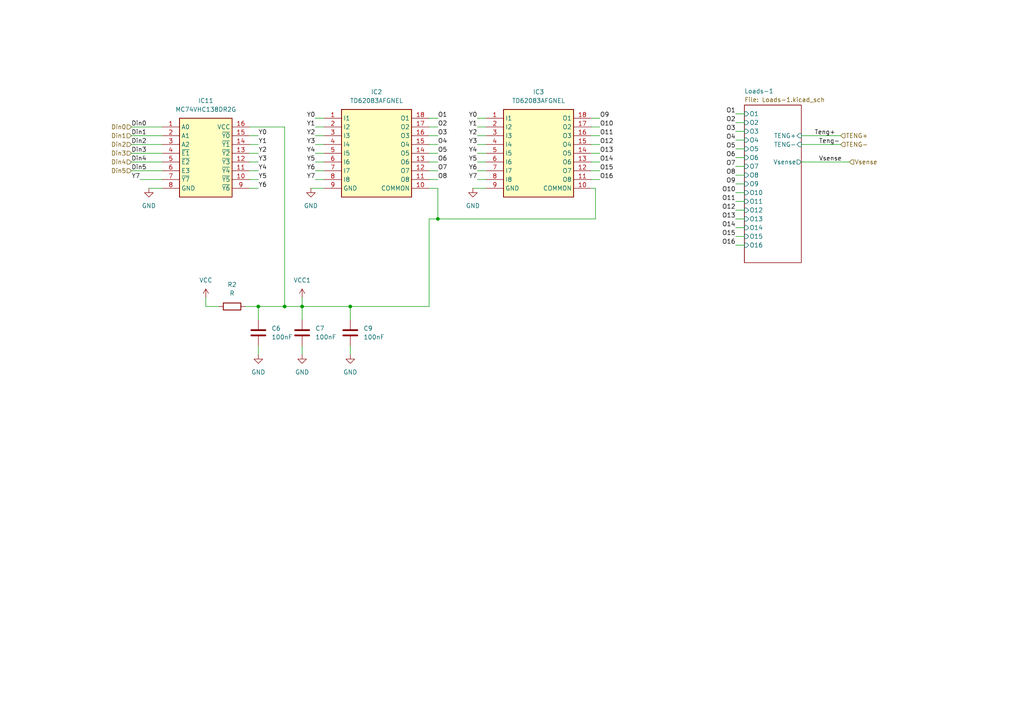
<source format=kicad_sch>
(kicad_sch (version 20231120) (generator "eeschema") (generator_version "8.0")
  (paper "A4")
  (lib_symbols
    (symbol "Device:C" (pin_numbers hide) (pin_names (offset 0.254))
      (property "Reference" "C" (at 0.635 2.54 0))
      (property "Value" "C" (at 0.635 -2.54 0))
      (symbol "C_0_1"
        (polyline (pts (xy -2.032 -0.762) (xy 2.032 -0.762)) (stroke (width 0.508)))
        (polyline (pts (xy -2.032 0.762) (xy 2.032 0.762)) (stroke (width 0.508)))
      )
      (symbol "C_1_1"
        (pin passive line (at 0 3.81 270) (length 2.794) (name "~") (number "1"))
        (pin passive line (at 0 -3.81 90) (length 2.794) (name "~") (number "2"))
      )
    )
    (symbol "Device:R" (pin_numbers hide) (pin_names (offset 0))
      (property "Reference" "R" (at 2.032 0 90))
      (property "Value" "R" (at 0 0 90))
      (symbol "R_0_1"
        (rectangle (start -1.016 -2.54) (end 1.016 2.54) (stroke (width 0.254)))
      )
      (symbol "R_1_1"
        (pin passive line (at 0 3.81 270) (length 1.27) (name "~") (number "1"))
        (pin passive line (at 0 -3.81 90) (length 1.27) (name "~") (number "2"))
      )
    )
    (symbol "SamacSys_Parts:MC74VHC138DR2G"
      (property "Reference" "IC" (at 21.59 7.62 0))
      (property "Value" "MC74VHC138DR2G" (at 21.59 5.08 0))
      (symbol "MC74VHC138DR2G_1_1"
        (rectangle (start 5.08 2.54) (end 20.32 -20.32) (stroke (width 0.254)) (fill (type background)))
        (pin passive line (at 0 0 0) (length 5.08) (name "A0") (number "1"))
        (pin passive line (at 25.4 -15.24 180) (length 5.08) (name "~{Y5}") (number "10"))
        (pin passive line (at 25.4 -12.7 180) (length 5.08) (name "~{Y4}") (number "11"))
        (pin passive line (at 25.4 -10.16 180) (length 5.08) (name "~{Y3}") (number "12"))
        (pin passive line (at 25.4 -7.62 180) (length 5.08) (name "~{Y2}") (number "13"))
        (pin passive line (at 25.4 -5.08 180) (length 5.08) (name "~{Y1}") (number "14"))
        (pin passive line (at 25.4 -2.54 180) (length 5.08) (name "~{Y0}") (number "15"))
        (pin power_in line (at 25.4 0 180) (length 5.08) (name "VCC") (number "16"))
        (pin passive line (at 0 -2.54 0) (length 5.08) (name "A1") (number "2"))
        (pin passive line (at 0 -5.08 0) (length 5.08) (name "A2") (number "3"))
        (pin passive line (at 0 -7.62 0) (length 5.08) (name "~{E1}") (number "4"))
        (pin passive line (at 0 -10.16 0) (length 5.08) (name "~{E2}") (number "5"))
        (pin passive line (at 0 -12.7 0) (length 5.08) (name "E3") (number "6"))
        (pin passive line (at 0 -15.24 0) (length 5.08) (name "~{Y7}") (number "7"))
        (pin power_in line (at 0 -17.78 0) (length 5.08) (name "GND") (number "8"))
        (pin passive line (at 25.4 -17.78 180) (length 5.08) (name "~{Y6}") (number "9"))
      )
    )
    (symbol "SamacSys_Parts:TD62083AFGNEL"
      (property "Reference" "IC" (at 26.67 7.62 0))
      (property "Value" "TD62083AFGNEL" (at 26.67 5.08 0))
      (symbol "TD62083AFGNEL_1_1"
        (rectangle (start 5.08 2.54) (end 25.4 -22.86) (stroke (width 0.254)) (fill (type background)))
        (pin passive line (at 0 0 0) (length 5.08) (name "I1") (number "1"))
        (pin passive line (at 30.48 -20.32 180) (length 5.08) (name "COMMON") (number "10"))
        (pin passive line (at 30.48 -17.78 180) (length 5.08) (name "O8") (number "11"))
        (pin passive line (at 30.48 -15.24 180) (length 5.08) (name "O7") (number "12"))
        (pin passive line (at 30.48 -12.7 180) (length 5.08) (name "O6") (number "13"))
        (pin passive line (at 30.48 -10.16 180) (length 5.08) (name "O5") (number "14"))
        (pin passive line (at 30.48 -7.62 180) (length 5.08) (name "O4") (number "15"))
        (pin passive line (at 30.48 -5.08 180) (length 5.08) (name "O3") (number "16"))
        (pin passive line (at 30.48 -2.54 180) (length 5.08) (name "O2") (number "17"))
        (pin passive line (at 30.48 0 180) (length 5.08) (name "O1") (number "18"))
        (pin passive line (at 0 -2.54 0) (length 5.08) (name "I2") (number "2"))
        (pin passive line (at 0 -5.08 0) (length 5.08) (name "I3") (number "3"))
        (pin passive line (at 0 -7.62 0) (length 5.08) (name "I4") (number "4"))
        (pin passive line (at 0 -10.16 0) (length 5.08) (name "I5") (number "5"))
        (pin passive line (at 0 -12.7 0) (length 5.08) (name "I6") (number "6"))
        (pin passive line (at 0 -15.24 0) (length 5.08) (name "I7") (number "7"))
        (pin passive line (at 0 -17.78 0) (length 5.08) (name "I8") (number "8"))
        (pin passive line (at 0 -20.32 0) (length 5.08) (name "GND") (number "9"))
      )
    )
    (symbol "power:GND" (power) (pin_numbers hide) (pin_names (offset 0) hide)
      (property "Value" "GND" (at 0 -3.81 0))
      (symbol "GND_0_1"
        (polyline (pts (xy 0 0) (xy 0 -1.27) (xy 1.27 -1.27) (xy 0 -2.54) (xy -1.27 -1.27) (xy 0 -1.27)))
      )
      (symbol "GND_1_1"
        (pin power_in line (at 0 0 270) (length 0) (name "~") (number "1"))
      )
    )
    (symbol "power:VCC" (power) (pin_numbers hide) (pin_names (offset 0) hide)
      (property "Value" "VCC" (at 0 3.556 0))
      (symbol "VCC_0_1"
        (polyline (pts (xy -0.762 1.27) (xy 0 2.54)))
        (polyline (pts (xy 0 0) (xy 0 2.54)))
        (polyline (pts (xy 0 2.54) (xy 0.762 1.27)))
      )
      (symbol "VCC_1_1"
        (pin power_in line (at 0 0 90) (length 0) (name "~") (number "1"))
      )
    )
  )
  (junction (at 74.93 88.9))
  (junction (at 87.63 88.9))
  (junction (at 101.6 88.9))
  (junction (at 82.55 88.9))
  (junction (at 127 63.5))
  (wire (pts (xy 213.36 40.64) (xy 215.9 40.64)))
  (wire (pts (xy 213.36 38.1) (xy 215.9 38.1)))
  (wire (pts (xy 38.1 46.99) (xy 46.99 46.99)))
  (wire (pts (xy 87.63 88.9) (xy 101.6 88.9)))
  (wire (pts (xy 82.55 88.9) (xy 87.63 88.9)))
  (wire (pts (xy 173.99 34.29) (xy 171.45 34.29)))
  (wire (pts (xy 38.1 39.37) (xy 46.99 39.37)))
  (wire (pts (xy 172.72 54.61) (xy 172.72 63.5)))
  (wire (pts (xy 173.99 52.07) (xy 171.45 52.07)))
  (wire (pts (xy 40.64 52.07) (xy 46.99 52.07)))
  (wire (pts (xy 127 36.83) (xy 124.46 36.83)))
  (wire (pts (xy 213.36 66.04) (xy 215.9 66.04)))
  (wire (pts (xy 127 34.29) (xy 124.46 34.29)))
  (wire (pts (xy 72.39 36.83) (xy 82.55 36.83)))
  (wire (pts (xy 232.41 39.37) (xy 243.84 39.37)))
  (wire (pts (xy 127 39.37) (xy 124.46 39.37)))
  (wire (pts (xy 91.44 36.83) (xy 93.98 36.83)))
  (wire (pts (xy 213.36 71.12) (xy 215.9 71.12)))
  (wire (pts (xy 74.93 88.9) (xy 74.93 92.71)))
  (wire (pts (xy 138.43 46.99) (xy 140.97 46.99)))
  (wire (pts (xy 213.36 68.58) (xy 215.9 68.58)))
  (wire (pts (xy 124.46 63.5) (xy 127 63.5)))
  (wire (pts (xy 138.43 52.07) (xy 140.97 52.07)))
  (wire (pts (xy 91.44 39.37) (xy 93.98 39.37)))
  (wire (pts (xy 91.44 46.99) (xy 93.98 46.99)))
  (wire (pts (xy 173.99 46.99) (xy 171.45 46.99)))
  (wire (pts (xy 38.1 41.91) (xy 46.99 41.91)))
  (wire (pts (xy 173.99 41.91) (xy 171.45 41.91)))
  (wire (pts (xy 91.44 44.45) (xy 93.98 44.45)))
  (wire (pts (xy 74.93 49.53) (xy 72.39 49.53)))
  (wire (pts (xy 127 46.99) (xy 124.46 46.99)))
  (wire (pts (xy 138.43 44.45) (xy 140.97 44.45)))
  (wire (pts (xy 138.43 36.83) (xy 140.97 36.83)))
  (wire (pts (xy 101.6 88.9) (xy 124.46 88.9)))
  (wire (pts (xy 213.36 58.42) (xy 215.9 58.42)))
  (wire (pts (xy 243.84 41.91) (xy 232.41 41.91)))
  (wire (pts (xy 38.1 49.53) (xy 46.99 49.53)))
  (wire (pts (xy 91.44 41.91) (xy 93.98 41.91)))
  (wire (pts (xy 213.36 50.8) (xy 215.9 50.8)))
  (wire (pts (xy 127 63.5) (xy 172.72 63.5)))
  (wire (pts (xy 74.93 54.61) (xy 72.39 54.61)))
  (wire (pts (xy 173.99 39.37) (xy 171.45 39.37)))
  (wire (pts (xy 82.55 36.83) (xy 82.55 88.9)))
  (wire (pts (xy 140.97 54.61) (xy 137.16 54.61)))
  (wire (pts (xy 124.46 88.9) (xy 124.46 63.5)))
  (wire (pts (xy 138.43 49.53) (xy 140.97 49.53)))
  (wire (pts (xy 127 44.45) (xy 124.46 44.45)))
  (wire (pts (xy 213.36 48.26) (xy 215.9 48.26)))
  (wire (pts (xy 213.36 55.88) (xy 215.9 55.88)))
  (wire (pts (xy 213.36 35.56) (xy 215.9 35.56)))
  (wire (pts (xy 38.1 36.83) (xy 46.99 36.83)))
  (wire (pts (xy 74.93 88.9) (xy 82.55 88.9)))
  (wire (pts (xy 138.43 41.91) (xy 140.97 41.91)))
  (wire (pts (xy 127 63.5) (xy 127 54.61)))
  (wire (pts (xy 38.1 44.45) (xy 46.99 44.45)))
  (wire (pts (xy 138.43 34.29) (xy 140.97 34.29)))
  (wire (pts (xy 59.69 86.36) (xy 59.69 88.9)))
  (wire (pts (xy 101.6 102.87) (xy 101.6 100.33)))
  (wire (pts (xy 71.12 88.9) (xy 74.93 88.9)))
  (wire (pts (xy 138.43 39.37) (xy 140.97 39.37)))
  (wire (pts (xy 213.36 60.96) (xy 215.9 60.96)))
  (wire (pts (xy 127 49.53) (xy 124.46 49.53)))
  (wire (pts (xy 87.63 88.9) (xy 87.63 92.71)))
  (wire (pts (xy 232.41 46.99) (xy 246.38 46.99)))
  (wire (pts (xy 74.93 46.99) (xy 72.39 46.99)))
  (wire (pts (xy 74.93 41.91) (xy 72.39 41.91)))
  (wire (pts (xy 127 52.07) (xy 124.46 52.07)))
  (wire (pts (xy 93.98 54.61) (xy 90.17 54.61)))
  (wire (pts (xy 87.63 102.87) (xy 87.63 100.33)))
  (wire (pts (xy 74.93 52.07) (xy 72.39 52.07)))
  (wire (pts (xy 173.99 44.45) (xy 171.45 44.45)))
  (wire (pts (xy 127 54.61) (xy 124.46 54.61)))
  (wire (pts (xy 173.99 36.83) (xy 171.45 36.83)))
  (wire (pts (xy 74.93 102.87) (xy 74.93 100.33)))
  (wire (pts (xy 171.45 49.53) (xy 173.99 49.53)))
  (wire (pts (xy 172.72 54.61) (xy 171.45 54.61)))
  (wire (pts (xy 213.36 63.5) (xy 215.9 63.5)))
  (wire (pts (xy 101.6 88.9) (xy 101.6 92.71)))
  (wire (pts (xy 91.44 34.29) (xy 93.98 34.29)))
  (wire (pts (xy 91.44 52.07) (xy 93.98 52.07)))
  (wire (pts (xy 213.36 33.02) (xy 215.9 33.02)))
  (wire (pts (xy 46.99 54.61) (xy 43.18 54.61)))
  (wire (pts (xy 87.63 86.36) (xy 87.63 88.9)))
  (wire (pts (xy 213.36 53.34) (xy 215.9 53.34)))
  (wire (pts (xy 213.36 45.72) (xy 215.9 45.72)))
  (wire (pts (xy 127 41.91) (xy 124.46 41.91)))
  (wire (pts (xy 59.69 88.9) (xy 63.5 88.9)))
  (wire (pts (xy 74.93 39.37) (xy 72.39 39.37)))
  (wire (pts (xy 91.44 49.53) (xy 93.98 49.53)))
  (wire (pts (xy 213.36 43.18) (xy 215.9 43.18)))
  (wire (pts (xy 74.93 44.45) (xy 72.39 44.45)))
  (label "Y5" (at 74.93 52.07 0))
  (label "O3" (at 127 39.37 0))
  (label "Y3" (at 138.43 41.91 180))
  (label "Teng+" (at 236.22 39.37 0))
  (label "O6" (at 127 46.99 0))
  (label "O14" (at 173.99 46.99 0))
  (label "Y7" (at 91.44 52.07 180))
  (label "O2" (at 213.36 35.56 180))
  (label "O9" (at 213.36 53.34 180))
  (label "Din4" (at 38.1 46.99 0))
  (label "O11" (at 213.36 58.42 180))
  (label "O7" (at 127 49.53 0))
  (label "Y1" (at 74.93 41.91 0))
  (label "O4" (at 213.36 40.64 180))
  (label "Y4" (at 74.93 49.53 0))
  (label "O4" (at 127 41.91 0))
  (label "Y0" (at 138.43 34.29 180))
  (label "O12" (at 213.36 60.96 180))
  (label "Y2" (at 91.44 39.37 180))
  (label "O6" (at 213.36 45.72 180))
  (label "O16" (at 213.36 71.12 180))
  (label "O2" (at 127 36.83 0))
  (label "Y0" (at 91.44 34.29 180))
  (label "Y6" (at 138.43 49.53 180))
  (label "Y7" (at 40.64 52.07 180))
  (label "Din0" (at 38.1 36.83 0))
  (label "Y4" (at 91.44 44.45 180))
  (label "O15" (at 173.99 49.53 0))
  (label "Vsense" (at 237.49 46.99 0))
  (label "Y5" (at 91.44 46.99 180))
  (label "Y1" (at 91.44 36.83 180))
  (label "Y3" (at 74.93 46.99 0))
  (label "Y6" (at 74.93 54.61 0))
  (label "Y0" (at 74.93 39.37 0))
  (label "Y7" (at 138.43 52.07 180))
  (label "Din1" (at 38.1 39.37 0))
  (label "O15" (at 213.36 68.58 180))
  (label "Y4" (at 138.43 44.45 180))
  (label "Din2" (at 38.1 41.91 0))
  (label "O1" (at 127 34.29 0))
  (label "O12" (at 173.99 41.91 0))
  (label "O14" (at 213.36 66.04 180))
  (label "O11" (at 173.99 39.37 0))
  (label "O10" (at 173.99 36.83 0))
  (label "Y2" (at 74.93 44.45 0))
  (label "Teng-" (at 237.49 41.91 0))
  (label "Din5" (at 38.1 49.53 0))
  (label "Din3" (at 38.1 44.45 0))
  (label "O7" (at 213.36 48.26 180))
  (label "O8" (at 127 52.07 0))
  (label "O8" (at 213.36 50.8 180))
  (label "Y5" (at 138.43 46.99 180))
  (label "O5" (at 213.36 43.18 180))
  (label "O3" (at 213.36 38.1 180))
  (label "O10" (at 213.36 55.88 180))
  (label "O5" (at 127 44.45 0))
  (label "Y2" (at 138.43 39.37 180))
  (label "Y1" (at 138.43 36.83 180))
  (label "O1" (at 213.36 33.02 180))
  (label "O13" (at 213.36 63.5 180))
  (label "Y6" (at 91.44 49.53 180))
  (label "O16" (at 173.99 52.07 0))
  (label "Y3" (at 91.44 41.91 180))
  (label "O9" (at 173.99 34.29 0))
  (label "O13" (at 173.99 44.45 0))
  (hierarchical_label "Din4" (shape input) (at 38.1 46.99 180))
  (hierarchical_label "Din0" (shape input) (at 38.1 36.83 180))
  (hierarchical_label "TENG+" (shape input) (at 243.84 39.37 0))
  (hierarchical_label "Din3" (shape input) (at 38.1 44.45 180))
  (hierarchical_label "TENG-" (shape input) (at 243.84 41.91 0))
  (hierarchical_label "Vsense" (shape input) (at 246.38 46.99 0))
  (hierarchical_label "Din5" (shape input) (at 38.1 49.53 180))
  (hierarchical_label "Din1" (shape input) (at 38.1 39.37 180))
  (hierarchical_label "Din2" (shape input) (at 38.1 41.91 180))
  (symbol (lib_id "power:GND") (at 101.6 102.87 0) (unit 1)
    (property "Reference" "#PWR089" (effects (hide yes)))
    (property "Value" "GND" (at 101.6 107.95 0))
    (property "Description" "Power symbol creates a global label with name \"GND\" , ground" (effects (hide yes)))
  )
  (symbol (lib_id "Device:C") (at 74.93 96.52 0) (unit 1)
    (property "Reference" "C6" (at 78.74 95.2499 0) (effects (justify left)))
    (property "Value" "100nF" (at 78.74 97.7899 0) (effects (justify left)))
    (property "Footprint" "Capacitor_SMD:C_0805_2012Metric" (effects (hide yes)))
    (property "Description" "Unpolarized capacitor" (effects (hide yes)))
  )
  (symbol (lib_id "power:VCC") (at 87.63 86.36 0) (unit 1)
    (property "Reference" "#PWR02" (effects (hide yes)))
    (property "Value" "VCC1" (at 87.63 81.28 0))
    (property "Description" "Power symbol creates a global label with name \"VCC\"" (effects (hide yes)))
  )
  (symbol (lib_id "Device:C") (at 101.6 96.52 0) (unit 1)
    (property "Reference" "C9" (at 105.41 95.2499 0) (effects (justify left)))
    (property "Value" "100nF" (at 105.41 97.7899 0) (effects (justify left)))
    (property "Footprint" "Capacitor_SMD:C_0805_2012Metric" (effects (hide yes)))
    (property "Description" "Unpolarized capacitor" (effects (hide yes)))
  )
  (symbol (lib_id "power:GND") (at 74.93 102.87 0) (unit 1)
    (property "Reference" "#PWR080" (effects (hide yes)))
    (property "Value" "GND" (at 74.93 107.95 0))
    (property "Description" "Power symbol creates a global label with name \"GND\" , ground" (effects (hide yes)))
  )
  (symbol (lib_id "Device:R") (at 67.31 88.9 270) (mirror x) (unit 1)
    (property "Reference" "R2" (at 67.31 82.55 90))
    (property "Value" "R" (at 67.31 85.09 90))
    (property "Footprint" "Resistor_SMD:R_0805_2012Metric" (effects (hide yes)))
    (property "Description" "Resistor" (effects (hide yes)))
  )
  (symbol (lib_id "SamacSys_Parts:TD62083AFGNEL") (at 140.97 34.29 0) (unit 1)
    (property "Reference" "IC3" (at 156.21 26.67 0))
    (property "Value" "TD62083AFGNEL" (at 156.21 29.21 0))
    (property "Footprint" "SamacSys_Parts:SOIC127P1030X245-18N" (effects (hide yes)))
    (property "Datasheet" "https://eu.mouser.com/datasheet/2/408/TD62083AFG_datasheet_en_20091001-875843.pdf" (effects (hide yes)))
    (property "Description" "Gate Drivers" (effects (hide yes)))
    (property "Height" "2.45" (effects (hide yes)))
    (property "Manufacturer_Name" "Toshiba" (effects (hide yes)))
    (property "Manufacturer_Part_Number" "TD62083AFGNEL" (effects (hide yes)))
    (property "Mouser Part Number" "N/A" (effects (hide yes)))
    (property "Mouser Price/Stock" "https://www.mouser.co.uk/ProductDetail/Toshiba/TD62083AFGNEL?qs=ZjcfeKH2FJO2XkKSOSlUdg%3D%3D" (effects (hide yes)))
  )
  (symbol (lib_id "power:GND") (at 90.17 54.61 0) (unit 1)
    (property "Reference" "#PWR03" (effects (hide yes)))
    (property "Value" "GND" (at 90.17 59.69 0))
    (property "Description" "Power symbol creates a global label with name \"GND\" , ground" (effects (hide yes)))
  )
  (symbol (lib_id "power:GND") (at 43.18 54.61 0) (unit 1)
    (property "Reference" "#PWR01" (effects (hide yes)))
    (property "Value" "GND" (at 43.18 59.69 0))
    (property "Description" "Power symbol creates a global label with name \"GND\" , ground" (effects (hide yes)))
  )
  (symbol (lib_id "power:GND") (at 87.63 102.87 0) (unit 1)
    (property "Reference" "#PWR085" (effects (hide yes)))
    (property "Value" "GND" (at 87.63 107.95 0))
    (property "Description" "Power symbol creates a global label with name \"GND\" , ground" (effects (hide yes)))
  )
  (symbol (lib_id "power:VCC") (at 59.69 86.36 0) (unit 1)
    (property "Reference" "#PWR079" (effects (hide yes)))
    (property "Value" "VCC" (at 59.69 81.28 0))
    (property "Description" "Power symbol creates a global label with name \"VCC\"" (effects (hide yes)))
  )
  (symbol (lib_id "Device:C") (at 87.63 96.52 0) (unit 1)
    (property "Reference" "C7" (at 91.44 95.2499 0) (effects (justify left)))
    (property "Value" "100nF" (at 91.44 97.7899 0) (effects (justify left)))
    (property "Footprint" "Capacitor_SMD:C_0805_2012Metric" (effects (hide yes)))
    (property "Description" "Unpolarized capacitor" (effects (hide yes)))
  )
  (symbol (lib_id "SamacSys_Parts:TD62083AFGNEL") (at 93.98 34.29 0) (unit 1)
    (property "Reference" "IC2" (at 109.22 26.67 0))
    (property "Value" "TD62083AFGNEL" (at 109.22 29.21 0))
    (property "Footprint" "SamacSys_Parts:SOIC127P1030X245-18N" (effects (hide yes)))
    (property "Datasheet" "https://eu.mouser.com/datasheet/2/408/TD62083AFG_datasheet_en_20091001-875843.pdf" (effects (hide yes)))
    (property "Description" "Gate Drivers" (effects (hide yes)))
    (property "Height" "2.45" (effects (hide yes)))
    (property "Manufacturer_Name" "Toshiba" (effects (hide yes)))
    (property "Manufacturer_Part_Number" "TD62083AFGNEL" (effects (hide yes)))
    (property "Mouser Part Number" "N/A" (effects (hide yes)))
    (property "Mouser Price/Stock" "https://www.mouser.co.uk/ProductDetail/Toshiba/TD62083AFGNEL?qs=ZjcfeKH2FJO2XkKSOSlUdg%3D%3D" (effects (hide yes)))
  )
  (symbol (lib_id "power:GND") (at 137.16 54.61 0) (unit 1)
    (property "Reference" "#PWR042" (effects (hide yes)))
    (property "Value" "GND" (at 137.16 59.69 0))
    (property "Description" "Power symbol creates a global label with name \"GND\" , ground" (effects (hide yes)))
  )
  (symbol (lib_id "SamacSys_Parts:MC74VHC138DR2G") (at 46.99 36.83 0) (unit 1)
    (property "Reference" "IC11" (at 59.69 29.21 0))
    (property "Value" "MC74VHC138DR2G" (at 59.69 31.75 0))
    (property "Footprint" "SamacSys_Parts:SOIC127P600X175-16N" (effects (hide yes)))
    (property "Datasheet" "http://www.onsemi.com/pub/Collateral/MC74VHC138-D.PDF" (effects (hide yes)))
    (property "Height" "1.75" (effects (hide yes)))
    (property "Manufacturer_Name" "onsemi" (effects (hide yes)))
    (property "Manufacturer_Part_Number" "MC74VHC138DR2G" (effects (hide yes)))
    (property "Mouser Part Number" "863-MC74VHC138DR2G" (effects (hide yes)))
    (property "Mouser Price/Stock" "https://www.mouser.co.uk/ProductDetail/onsemi/MC74VHC138DR2G?qs=YOLdObVcOZliRjfeSc5aqQ%3D%3D" (effects (hide yes)))
    (property "Arrow Part Number" "MC74VHC138DR2G" (effects (hide yes)))
    (property "Arrow Price/Stock" "https://www.arrow.com/en/products/mc74vhc138dr2g/on-semiconductor?region=nac" (effects (hide yes)))
  )
  (sheet (at 215.9 30.48) (size 16.51 45.72) (stroke (width 0.1524))
    (property "Sheetname" "Loads-1" (at 215.9 27.178 0) (effects (justify left bottom)))
    (property "Sheetfile" "Loads-1.kicad_sch" (at 215.9 28.194 0) (effects (justify left top)))
    (pin "TENG-" input (at 232.41 41.91 0))
    (pin "Vsense" output (at 232.41 46.99 0))
    (pin "O7" input (at 215.9 48.26 180))
    (pin "O8" input (at 215.9 50.8 180))
    (pin "TENG+" input (at 232.41 39.37 0))
    (pin "O6" input (at 215.9 45.72 180))
    (pin "O3" input (at 215.9 38.1 180))
    (pin "O1" input (at 215.9 33.02 180))
    (pin "O2" input (at 215.9 35.56 180))
    (pin "O5" input (at 215.9 43.18 180))
    (pin "O4" input (at 215.9 40.64 180))
    (pin "O9" input (at 215.9 53.34 180))
    (pin "O11" input (at 215.9 58.42 180))
    (pin "O12" input (at 215.9 60.96 180))
    (pin "O13" input (at 215.9 63.5 180))
    (pin "O14" input (at 215.9 66.04 180))
    (pin "O10" input (at 215.9 55.88 180))
    (pin "O15" input (at 215.9 68.58 180))
    (pin "O16" input (at 215.9 71.12 180))
  )
)
</source>
